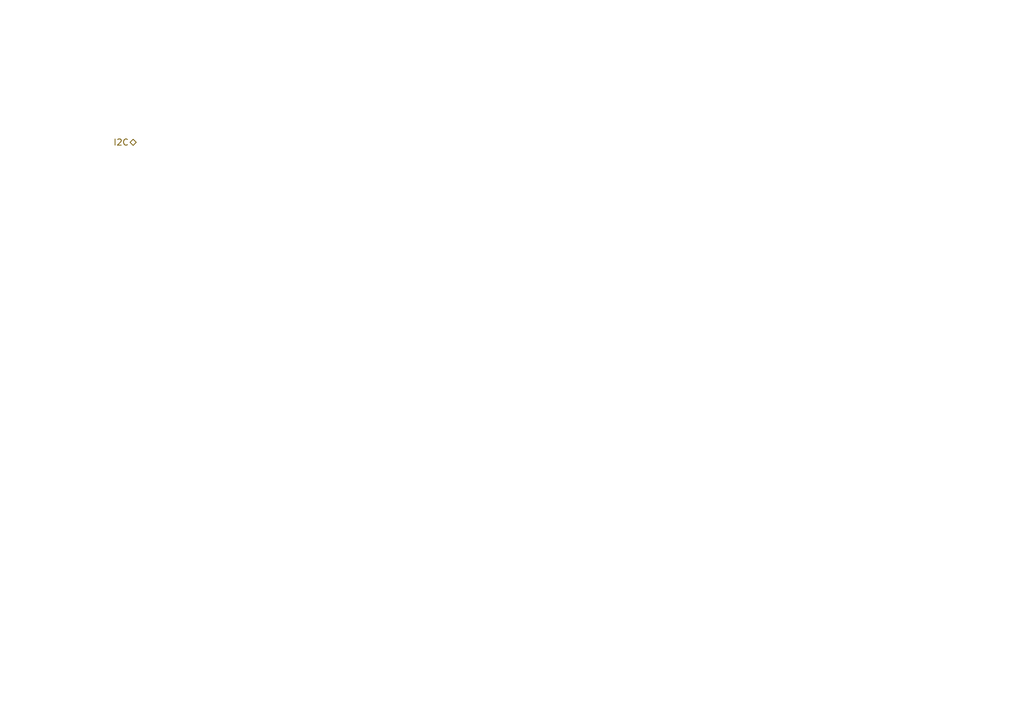
<source format=kicad_sch>
(kicad_sch (version 20211123) (generator eeschema)
  (paper "A5")
  (title_block (title "Pheonix ADXL"))
  (lib_symbols)
  (hierarchical_label "I2C" (shape bidirectional) (at 27.94 29.21 180))
)
</source>
